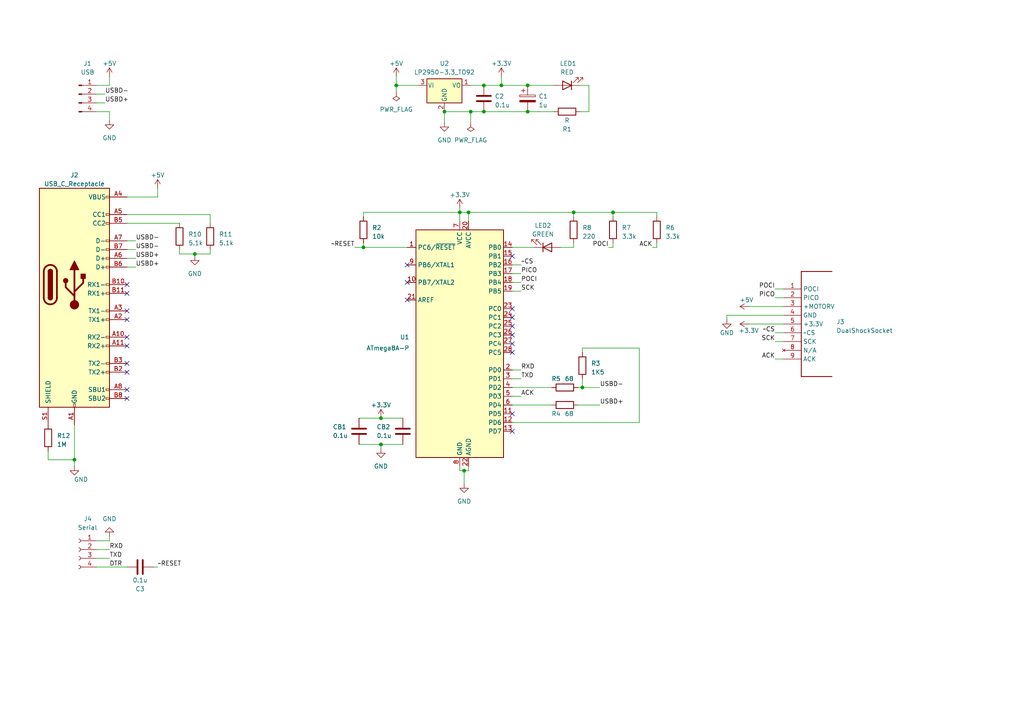
<source format=kicad_sch>
(kicad_sch (version 20230121) (generator eeschema)
  (paper "A4")
  (lib_symbols
    (symbol "Connector:Conn_01x04_Pin" (pin_names (offset 1.016) hide)
      (property "Reference" "J" (at 0 5.08 0))
      (property "Value" "Conn_01x04_Pin" (at 0 -7.62 0))
      (symbol "Conn_01x04_Pin_1_1"
        (polyline (pts (xy 1.27 -5.08) (xy 0.8636 -5.08)) (stroke (width 0.1524)))
        (polyline (pts (xy 1.27 -2.54) (xy 0.8636 -2.54)) (stroke (width 0.1524)))
        (polyline (pts (xy 1.27 0) (xy 0.8636 0)) (stroke (width 0.1524)))
        (polyline (pts (xy 1.27 2.54) (xy 0.8636 2.54)) (stroke (width 0.1524)))
        (rectangle (start 0.8636 -4.953) (end 0 -5.207) (stroke (width 0.1524)) (fill (type outline)))
        (rectangle (start 0.8636 -2.413) (end 0 -2.667) (stroke (width 0.1524)) (fill (type outline)))
        (rectangle (start 0.8636 0.127) (end 0 -0.127) (stroke (width 0.1524)) (fill (type outline)))
        (rectangle (start 0.8636 2.667) (end 0 2.413) (stroke (width 0.1524)) (fill (type outline)))
        (pin passive line (at 5.08 2.54 180) (length 3.81) (name "Pin_1") (number "1"))
        (pin passive line (at 5.08 0 180) (length 3.81) (name "Pin_2") (number "2"))
        (pin passive line (at 5.08 -2.54 180) (length 3.81) (name "Pin_3") (number "3"))
        (pin passive line (at 5.08 -5.08 180) (length 3.81) (name "Pin_4") (number "4"))
      )
    )
    (symbol "Connector:Conn_01x04_Socket" (pin_names (offset 1.016) hide)
      (property "Reference" "J" (at 0 5.08 0))
      (property "Value" "Conn_01x04_Socket" (at 0 -7.62 0))
      (symbol "Conn_01x04_Socket_1_1"
        (arc (start 0 -4.572) (mid -0.5058 -5.08) (end 0 -5.588) (stroke (width 0.1524)))
        (arc (start 0 -2.032) (mid -0.5058 -2.54) (end 0 -3.048) (stroke (width 0.1524)))
        (polyline (pts (xy -1.27 -5.08) (xy -0.508 -5.08)) (stroke (width 0.1524)))
        (polyline (pts (xy -1.27 -2.54) (xy -0.508 -2.54)) (stroke (width 0.1524)))
        (polyline (pts (xy -1.27 0) (xy -0.508 0)) (stroke (width 0.1524)))
        (polyline (pts (xy -1.27 2.54) (xy -0.508 2.54)) (stroke (width 0.1524)))
        (arc (start 0 0.508) (mid -0.5058 0) (end 0 -0.508) (stroke (width 0.1524)))
        (arc (start 0 3.048) (mid -0.5058 2.54) (end 0 2.032) (stroke (width 0.1524)))
        (pin passive line (at -5.08 2.54 0) (length 3.81) (name "Pin_1") (number "1"))
        (pin passive line (at -5.08 0 0) (length 3.81) (name "Pin_2") (number "2"))
        (pin passive line (at -5.08 -2.54 0) (length 3.81) (name "Pin_3") (number "3"))
        (pin passive line (at -5.08 -5.08 0) (length 3.81) (name "Pin_4") (number "4"))
      )
    )
    (symbol "Connector:USB_C_Receptacle" (pin_names (offset 1.016))
      (property "Reference" "J" (at -10.16 29.21 0))
      (property "Value" "USB_C_Receptacle" (at 10.16 29.21 0))
      (symbol "USB_C_Receptacle_0_0"
        (rectangle (start -0.254 -35.56) (end 0.254 -34.544))
        (rectangle (start 10.16 -32.766) (end 9.144 -33.274))
        (rectangle (start 10.16 -30.226) (end 9.144 -30.734))
        (rectangle (start 10.16 -25.146) (end 9.144 -25.654))
        (rectangle (start 10.16 -22.606) (end 9.144 -23.114))
        (rectangle (start 10.16 -17.526) (end 9.144 -18.034))
        (rectangle (start 10.16 -14.986) (end 9.144 -15.494))
        (rectangle (start 10.16 -9.906) (end 9.144 -10.414))
        (rectangle (start 10.16 -7.366) (end 9.144 -7.874))
        (rectangle (start 10.16 -2.286) (end 9.144 -2.794))
        (rectangle (start 10.16 0.254) (end 9.144 -0.254))
        (rectangle (start 10.16 5.334) (end 9.144 4.826))
        (rectangle (start 10.16 7.874) (end 9.144 7.366))
        (rectangle (start 10.16 10.414) (end 9.144 9.906))
        (rectangle (start 10.16 12.954) (end 9.144 12.446))
        (rectangle (start 10.16 18.034) (end 9.144 17.526))
        (rectangle (start 10.16 20.574) (end 9.144 20.066))
        (rectangle (start 10.16 25.654) (end 9.144 25.146))
      )
      (symbol "USB_C_Receptacle_0_1"
        (rectangle (start -10.16 27.94) (end 10.16 -35.56) (stroke (width 0.254)) (fill (type background)))
        (arc (start -8.89 -3.81) (mid -6.985 -5.7067) (end -5.08 -3.81) (stroke (width 0.508)))
        (arc (start -7.62 -3.81) (mid -6.985 -4.4423) (end -6.35 -3.81) (stroke (width 0.254)))
        (arc (start -7.62 -3.81) (mid -6.985 -4.4423) (end -6.35 -3.81) (stroke (width 0.254)) (fill (type outline)))
        (rectangle (start -7.62 -3.81) (end -6.35 3.81) (stroke (width 0.254)) (fill (type outline)))
        (arc (start -6.35 3.81) (mid -6.985 4.4423) (end -7.62 3.81) (stroke (width 0.254)))
        (arc (start -6.35 3.81) (mid -6.985 4.4423) (end -7.62 3.81) (stroke (width 0.254)) (fill (type outline)))
        (arc (start -5.08 3.81) (mid -6.985 5.7067) (end -8.89 3.81) (stroke (width 0.508)))
        (polyline (pts (xy -8.89 -3.81) (xy -8.89 3.81)) (stroke (width 0.508)))
        (polyline (pts (xy -5.08 3.81) (xy -5.08 -3.81)) (stroke (width 0.508)))
      )
      (symbol "USB_C_Receptacle_1_1"
        (circle (center -2.54 1.143) (radius 0.635) (stroke (width 0.254)) (fill (type outline)))
        (circle (center 0 -5.842) (radius 1.27) (fill (type outline)))
        (polyline (pts (xy 0 -5.842) (xy 0 4.318)) (stroke (width 0.508)))
        (polyline (pts (xy 0 -3.302) (xy -2.54 -0.762) (xy -2.54 0.508)) (stroke (width 0.508)))
        (polyline (pts (xy 0 -2.032) (xy 2.54 0.508) (xy 2.54 1.778)) (stroke (width 0.508)))
        (polyline (pts (xy -1.27 4.318) (xy 0 6.858) (xy 1.27 4.318) (xy -1.27 4.318)) (stroke (width 0.254)) (fill (type outline)))
        (rectangle (start 1.905 1.778) (end 3.175 3.048) (stroke (width 0.254)) (fill (type outline)))
        (pin passive line (at 0 -40.64 90) (length 5.08) (name "GND") (number "A1"))
        (pin bidirectional line (at 15.24 -15.24 180) (length 5.08) (name "RX2-") (number "A10"))
        (pin bidirectional line (at 15.24 -17.78 180) (length 5.08) (name "RX2+") (number "A11"))
        (pin passive line (at 0 -40.64 90) (length 5.08) hide (name "GND") (number "A12"))
        (pin bidirectional line (at 15.24 -10.16 180) (length 5.08) (name "TX1+") (number "A2"))
        (pin bidirectional line (at 15.24 -7.62 180) (length 5.08) (name "TX1-") (number "A3"))
        (pin passive line (at 15.24 25.4 180) (length 5.08) (name "VBUS") (number "A4"))
        (pin bidirectional line (at 15.24 20.32 180) (length 5.08) (name "CC1") (number "A5"))
        (pin bidirectional line (at 15.24 7.62 180) (length 5.08) (name "D+") (number "A6"))
        (pin bidirectional line (at 15.24 12.7 180) (length 5.08) (name "D-") (number "A7"))
        (pin bidirectional line (at 15.24 -30.48 180) (length 5.08) (name "SBU1") (number "A8"))
        (pin passive line (at 15.24 25.4 180) (length 5.08) hide (name "VBUS") (number "A9"))
        (pin passive line (at 0 -40.64 90) (length 5.08) hide (name "GND") (number "B1"))
        (pin bidirectional line (at 15.24 0 180) (length 5.08) (name "RX1-") (number "B10"))
        (pin bidirectional line (at 15.24 -2.54 180) (length 5.08) (name "RX1+") (number "B11"))
        (pin passive line (at 0 -40.64 90) (length 5.08) hide (name "GND") (number "B12"))
        (pin bidirectional line (at 15.24 -25.4 180) (length 5.08) (name "TX2+") (number "B2"))
        (pin bidirectional line (at 15.24 -22.86 180) (length 5.08) (name "TX2-") (number "B3"))
        (pin passive line (at 15.24 25.4 180) (length 5.08) hide (name "VBUS") (number "B4"))
        (pin bidirectional line (at 15.24 17.78 180) (length 5.08) (name "CC2") (number "B5"))
        (pin bidirectional line (at 15.24 5.08 180) (length 5.08) (name "D+") (number "B6"))
        (pin bidirectional line (at 15.24 10.16 180) (length 5.08) (name "D-") (number "B7"))
        (pin bidirectional line (at 15.24 -33.02 180) (length 5.08) (name "SBU2") (number "B8"))
        (pin passive line (at 15.24 25.4 180) (length 5.08) hide (name "VBUS") (number "B9"))
        (pin passive line (at -7.62 -40.64 90) (length 5.08) (name "SHIELD") (number "S1"))
      )
    )
    (symbol "Device:C" (pin_numbers hide) (pin_names (offset 0.254))
      (property "Reference" "C" (at 0.635 2.54 0))
      (property "Value" "C" (at 0.635 -2.54 0))
      (symbol "C_0_1"
        (polyline (pts (xy -2.032 -0.762) (xy 2.032 -0.762)) (stroke (width 0.508)))
        (polyline (pts (xy -2.032 0.762) (xy 2.032 0.762)) (stroke (width 0.508)))
      )
      (symbol "C_1_1"
        (pin passive line (at 0 3.81 270) (length 2.794) (name "~") (number "1"))
        (pin passive line (at 0 -3.81 90) (length 2.794) (name "~") (number "2"))
      )
    )
    (symbol "Device:C_Polarized" (pin_numbers hide) (pin_names (offset 0.254))
      (property "Reference" "C" (at 0.635 2.54 0))
      (property "Value" "C_Polarized" (at 0.635 -2.54 0))
      (symbol "C_Polarized_0_1"
        (rectangle (start -2.286 0.508) (end 2.286 1.016))
        (polyline (pts (xy -1.778 2.286) (xy -0.762 2.286)))
        (polyline (pts (xy -1.27 2.794) (xy -1.27 1.778)))
        (rectangle (start 2.286 -0.508) (end -2.286 -1.016) (fill (type outline)))
      )
      (symbol "C_Polarized_1_1"
        (pin passive line (at 0 3.81 270) (length 2.794) (name "~") (number "1"))
        (pin passive line (at 0 -3.81 90) (length 2.794) (name "~") (number "2"))
      )
    )
    (symbol "Device:LED" (pin_numbers hide) (pin_names (offset 1.016) hide)
      (property "Reference" "D" (at 0 2.54 0))
      (property "Value" "LED" (at 0 -2.54 0))
      (symbol "LED_0_1"
        (polyline (pts (xy -1.27 -1.27) (xy -1.27 1.27)) (stroke (width 0.254)))
        (polyline (pts (xy -1.27 0) (xy 1.27 0)))
        (polyline (pts (xy 1.27 -1.27) (xy 1.27 1.27) (xy -1.27 0) (xy 1.27 -1.27)) (stroke (width 0.254)))
        (polyline (pts (xy -3.048 -0.762) (xy -4.572 -2.286) (xy -3.81 -2.286) (xy -4.572 -2.286) (xy -4.572 -1.524)))
        (polyline (pts (xy -1.778 -0.762) (xy -3.302 -2.286) (xy -2.54 -2.286) (xy -3.302 -2.286) (xy -3.302 -1.524)))
      )
      (symbol "LED_1_1"
        (pin passive line (at -3.81 0 0) (length 2.54) (name "K") (number "1"))
        (pin passive line (at 3.81 0 180) (length 2.54) (name "A") (number "2"))
      )
    )
    (symbol "Device:R" (pin_numbers hide) (pin_names (offset 0))
      (property "Reference" "R" (at 2.032 0 90))
      (property "Value" "R" (at 0 0 90))
      (symbol "R_0_1"
        (rectangle (start -1.016 -2.54) (end 1.016 2.54) (stroke (width 0.254)))
      )
      (symbol "R_1_1"
        (pin passive line (at 0 3.81 270) (length 1.27) (name "~") (number "1"))
        (pin passive line (at 0 -3.81 90) (length 1.27) (name "~") (number "2"))
      )
    )
    (symbol "MCU_Microchip_ATmega:ATmega8A-P"
      (property "Reference" "U" (at -12.7 34.29 0))
      (property "Value" "ATmega8A-P" (at 5.08 -34.29 0))
      (symbol "ATmega8A-P_0_1"
        (rectangle (start -12.7 -33.02) (end 12.7 33.02) (stroke (width 0.254)) (fill (type background)))
      )
      (symbol "ATmega8A-P_1_1"
        (pin bidirectional line (at -15.24 27.94 0) (length 2.54) (name "PC6/~{RESET}") (number "1"))
        (pin bidirectional line (at -15.24 17.78 0) (length 2.54) (name "PB7/XTAL2") (number "10"))
        (pin bidirectional line (at 15.24 -20.32 180) (length 2.54) (name "PD5") (number "11"))
        (pin bidirectional line (at 15.24 -22.86 180) (length 2.54) (name "PD6") (number "12"))
        (pin bidirectional line (at 15.24 -25.4 180) (length 2.54) (name "PD7") (number "13"))
        (pin bidirectional line (at 15.24 27.94 180) (length 2.54) (name "PB0") (number "14"))
        (pin bidirectional line (at 15.24 25.4 180) (length 2.54) (name "PB1") (number "15"))
        (pin bidirectional line (at 15.24 22.86 180) (length 2.54) (name "PB2") (number "16"))
        (pin bidirectional line (at 15.24 20.32 180) (length 2.54) (name "PB3") (number "17"))
        (pin bidirectional line (at 15.24 17.78 180) (length 2.54) (name "PB4") (number "18"))
        (pin bidirectional line (at 15.24 15.24 180) (length 2.54) (name "PB5") (number "19"))
        (pin bidirectional line (at 15.24 -7.62 180) (length 2.54) (name "PD0") (number "2"))
        (pin power_in line (at 2.54 35.56 270) (length 2.54) (name "AVCC") (number "20"))
        (pin passive line (at -15.24 12.7 0) (length 2.54) (name "AREF") (number "21"))
        (pin power_in line (at 2.54 -35.56 90) (length 2.54) (name "AGND") (number "22"))
        (pin bidirectional line (at 15.24 10.16 180) (length 2.54) (name "PC0") (number "23"))
        (pin bidirectional line (at 15.24 7.62 180) (length 2.54) (name "PC1") (number "24"))
        (pin bidirectional line (at 15.24 5.08 180) (length 2.54) (name "PC2") (number "25"))
        (pin bidirectional line (at 15.24 2.54 180) (length 2.54) (name "PC3") (number "26"))
        (pin bidirectional line (at 15.24 0 180) (length 2.54) (name "PC4") (number "27"))
        (pin bidirectional line (at 15.24 -2.54 180) (length 2.54) (name "PC5") (number "28"))
        (pin bidirectional line (at 15.24 -10.16 180) (length 2.54) (name "PD1") (number "3"))
        (pin bidirectional line (at 15.24 -12.7 180) (length 2.54) (name "PD2") (number "4"))
        (pin bidirectional line (at 15.24 -15.24 180) (length 2.54) (name "PD3") (number "5"))
        (pin bidirectional line (at 15.24 -17.78 180) (length 2.54) (name "PD4") (number "6"))
        (pin power_in line (at 0 35.56 270) (length 2.54) (name "VCC") (number "7"))
        (pin power_in line (at 0 -35.56 90) (length 2.54) (name "GND") (number "8"))
        (pin bidirectional line (at -15.24 22.86 0) (length 2.54) (name "PB6/XTAL1") (number "9"))
      )
    )
    (symbol "Regulator_Linear:LP2950-3.3_TO92" (pin_names (offset 0.254))
      (property "Reference" "U" (at -3.81 3.175 0))
      (property "Value" "LP2950-3.3_TO92" (at 0 3.175 0))
      (symbol "LP2950-3.3_TO92_0_1"
        (rectangle (start -5.08 -5.08) (end 5.08 1.905) (stroke (width 0.254)) (fill (type background)))
      )
      (symbol "LP2950-3.3_TO92_1_1"
        (pin power_out line (at 7.62 0 180) (length 2.54) (name "VO") (number "1"))
        (pin power_in line (at 0 -7.62 90) (length 2.54) (name "GND") (number "2"))
        (pin power_in line (at -7.62 0 0) (length 2.54) (name "VI") (number "3"))
      )
    )
    (symbol "SwitchDualShockAdapter:DualShockSocket"
      (property "Reference" "J" (at 0 22.86 0))
      (property "Value" "DualShockSocket" (at 0 21.59 0))
      (symbol "DualShockSocket_1_0"
        (polyline (pts (xy 0 -10.16) (xy 8.89 -10.16)) (stroke (width 0.254)))
        (polyline (pts (xy 0 20.32) (xy 0 -10.16)) (stroke (width 0.254)))
        (polyline (pts (xy 8.89 20.32) (xy 0 20.32)) (stroke (width 0.254)))
        (pin output line (at -5.08 15.24 0) (length 5.08) (name "POCI") (number "1"))
        (pin input line (at -5.08 12.7 0) (length 5.08) (name "PICO") (number "2"))
        (pin power_in line (at -5.08 10.16 0) (length 5.08) (name "+MOTORV") (number "3"))
        (pin power_in line (at -5.08 7.62 0) (length 5.08) (name "GND") (number "4"))
        (pin power_in line (at -5.08 5.08 0) (length 5.08) (name "+3.3V") (number "5"))
        (pin input line (at -5.08 2.54 0) (length 5.08) (name "~CS") (number "6"))
        (pin input line (at -5.08 0 0) (length 5.08) (name "SCK") (number "7"))
        (pin no_connect line (at -5.08 -2.54 0) (length 5.08) (name "N/A") (number "8"))
        (pin output line (at -5.08 -5.08 0) (length 5.08) (name "ACK") (number "9"))
      )
    )
    (symbol "power:+3.3V" (power) (pin_names (offset 0))
      (property "Value" "+3.3V" (at 0 3.556 0))
      (symbol "+3.3V_0_1"
        (polyline (pts (xy -0.762 1.27) (xy 0 2.54)))
        (polyline (pts (xy 0 0) (xy 0 2.54)))
        (polyline (pts (xy 0 2.54) (xy 0.762 1.27)))
      )
      (symbol "+3.3V_1_1"
        (pin power_in line (at 0 0 90) (length 0) hide (name "+3.3V") (number "1"))
      )
    )
    (symbol "power:+5V" (power) (pin_names (offset 0))
      (property "Value" "+5V" (at 0 3.556 0))
      (symbol "+5V_0_1"
        (polyline (pts (xy -0.762 1.27) (xy 0 2.54)))
        (polyline (pts (xy 0 0) (xy 0 2.54)))
        (polyline (pts (xy 0 2.54) (xy 0.762 1.27)))
      )
      (symbol "+5V_1_1"
        (pin power_in line (at 0 0 90) (length 0) hide (name "+5V") (number "1"))
      )
    )
    (symbol "power:GND" (power) (pin_names (offset 0))
      (property "Value" "GND" (at 0 -3.81 0))
      (symbol "GND_0_1"
        (polyline (pts (xy 0 0) (xy 0 -1.27) (xy 1.27 -1.27) (xy 0 -2.54) (xy -1.27 -1.27) (xy 0 -1.27)))
      )
      (symbol "GND_1_1"
        (pin power_in line (at 0 0 270) (length 0) hide (name "GND") (number "1"))
      )
    )
    (symbol "power:PWR_FLAG" (power) (pin_numbers hide) (pin_names (offset 0) hide)
      (property "Value" "PWR_FLAG" (at 0 3.81 0))
      (symbol "PWR_FLAG_0_0"
        (pin power_out line (at 0 0 90) (length 0) (name "pwr") (number "1"))
      )
      (symbol "PWR_FLAG_0_1"
        (polyline (pts (xy 0 0) (xy 0 1.27) (xy -1.016 1.905) (xy 0 2.54) (xy 1.016 1.905) (xy 0 1.27)))
      )
    )
  )
  (junction (at 56.515 73.66))
  (junction (at 114.935 24.765))
  (junction (at 177.8 61.595))
  (junction (at 105.41 71.755))
  (junction (at 145.415 24.765))
  (junction (at 140.335 24.765))
  (junction (at 110.49 128.905))
  (junction (at 153.035 32.385))
  (junction (at 153.035 24.765))
  (junction (at 134.62 136.525))
  (junction (at 168.91 112.395))
  (junction (at 128.905 32.385))
  (junction (at 135.89 61.595))
  (junction (at 110.49 121.285))
  (junction (at 21.59 133.35))
  (junction (at 133.35 61.595))
  (junction (at 136.525 32.385))
  (junction (at 140.335 32.385))
  (junction (at 166.37 61.595))
  (no_connect (at 36.83 92.71))
  (no_connect (at 118.11 81.915))
  (no_connect (at 148.59 97.155))
  (no_connect (at 148.59 102.235))
  (no_connect (at 36.83 107.95))
  (no_connect (at 148.59 92.075))
  (no_connect (at 118.11 76.835))
  (no_connect (at 148.59 74.295))
  (no_connect (at 148.59 125.095))
  (no_connect (at 36.83 105.41))
  (no_connect (at 36.83 82.55))
  (no_connect (at 148.59 89.535))
  (no_connect (at 148.59 94.615))
  (no_connect (at 118.11 86.995))
  (no_connect (at 36.83 97.79))
  (no_connect (at 36.83 85.09))
  (no_connect (at 148.59 120.015))
  (no_connect (at 36.83 90.17))
  (no_connect (at 148.59 99.695))
  (no_connect (at 36.83 100.33))
  (no_connect (at 36.83 115.57))
  (no_connect (at 36.83 113.03))
  (wire (pts (xy 148.59 79.375) (xy 151.13 79.375)))
  (wire (pts (xy 102.87 71.755) (xy 105.41 71.755)))
  (wire (pts (xy 13.97 130.81) (xy 13.97 133.35)))
  (wire (pts (xy 148.59 71.755) (xy 154.94 71.755)))
  (wire (pts (xy 133.35 60.325) (xy 133.35 61.595)))
  (wire (pts (xy 148.59 76.835) (xy 151.13 76.835)))
  (wire (pts (xy 167.64 117.475) (xy 173.99 117.475)))
  (wire (pts (xy 148.59 122.555) (xy 185.42 122.555)))
  (wire (pts (xy 210.82 91.44) (xy 227.33 91.44)))
  (wire (pts (xy 31.75 156.845) (xy 27.94 156.845)))
  (wire (pts (xy 227.33 93.98) (xy 217.17 93.98)))
  (wire (pts (xy 168.91 109.855) (xy 168.91 112.395)))
  (wire (pts (xy 148.59 84.455) (xy 151.13 84.455)))
  (wire (pts (xy 105.41 71.755) (xy 118.11 71.755)))
  (wire (pts (xy 36.83 69.85) (xy 39.37 69.85)))
  (wire (pts (xy 60.96 73.66) (xy 60.96 72.39)))
  (wire (pts (xy 128.905 32.385) (xy 128.905 35.56)))
  (wire (pts (xy 170.815 32.385) (xy 168.275 32.385)))
  (wire (pts (xy 166.37 61.595) (xy 177.8 61.595)))
  (wire (pts (xy 21.59 123.19) (xy 21.59 133.35)))
  (wire (pts (xy 168.275 24.765) (xy 170.815 24.765)))
  (wire (pts (xy 135.89 61.595) (xy 166.37 61.595)))
  (wire (pts (xy 45.72 164.465) (xy 44.45 164.465)))
  (wire (pts (xy 148.59 112.395) (xy 160.02 112.395)))
  (wire (pts (xy 105.41 61.595) (xy 105.41 62.865)))
  (wire (pts (xy 105.41 71.755) (xy 105.41 70.485)))
  (wire (pts (xy 134.62 136.525) (xy 135.89 136.525)))
  (wire (pts (xy 151.13 107.315) (xy 148.59 107.315)))
  (wire (pts (xy 21.59 133.35) (xy 21.59 135.255)))
  (wire (pts (xy 185.42 100.965) (xy 185.42 122.555)))
  (wire (pts (xy 104.14 128.905) (xy 110.49 128.905)))
  (wire (pts (xy 168.91 100.965) (xy 185.42 100.965)))
  (wire (pts (xy 148.59 117.475) (xy 160.02 117.475)))
  (wire (pts (xy 134.62 136.525) (xy 134.62 140.335)))
  (wire (pts (xy 110.49 128.905) (xy 116.84 128.905)))
  (wire (pts (xy 133.35 61.595) (xy 133.35 64.135)))
  (wire (pts (xy 36.83 74.93) (xy 39.37 74.93)))
  (wire (pts (xy 145.415 22.225) (xy 145.415 24.765)))
  (wire (pts (xy 52.07 73.66) (xy 56.515 73.66)))
  (wire (pts (xy 36.83 57.15) (xy 45.72 57.15)))
  (wire (pts (xy 168.91 112.395) (xy 167.64 112.395)))
  (wire (pts (xy 224.79 96.52) (xy 227.33 96.52)))
  (wire (pts (xy 45.72 54.61) (xy 45.72 57.15)))
  (wire (pts (xy 27.94 32.385) (xy 31.75 32.385)))
  (wire (pts (xy 105.41 61.595) (xy 133.35 61.595)))
  (wire (pts (xy 36.83 77.47) (xy 39.37 77.47)))
  (wire (pts (xy 145.415 24.765) (xy 153.035 24.765)))
  (wire (pts (xy 128.905 32.385) (xy 136.525 32.385)))
  (wire (pts (xy 133.35 136.525) (xy 133.35 135.255)))
  (wire (pts (xy 52.07 73.66) (xy 52.07 72.39)))
  (wire (pts (xy 140.335 24.765) (xy 145.415 24.765)))
  (wire (pts (xy 190.5 70.485) (xy 190.5 71.755)))
  (wire (pts (xy 224.79 99.06) (xy 227.33 99.06)))
  (wire (pts (xy 27.94 29.845) (xy 30.48 29.845)))
  (wire (pts (xy 166.37 61.595) (xy 166.37 62.865)))
  (wire (pts (xy 177.8 61.595) (xy 190.5 61.595)))
  (wire (pts (xy 140.335 32.385) (xy 153.035 32.385)))
  (wire (pts (xy 136.525 24.765) (xy 140.335 24.765)))
  (wire (pts (xy 153.035 24.765) (xy 160.655 24.765)))
  (wire (pts (xy 153.035 32.385) (xy 160.655 32.385)))
  (wire (pts (xy 135.89 136.525) (xy 135.89 135.255)))
  (wire (pts (xy 114.935 24.765) (xy 114.935 26.67)))
  (wire (pts (xy 224.79 83.82) (xy 227.33 83.82)))
  (wire (pts (xy 177.8 61.595) (xy 177.8 62.865)))
  (wire (pts (xy 27.94 24.765) (xy 31.75 24.765)))
  (wire (pts (xy 31.75 32.385) (xy 31.75 34.925)))
  (wire (pts (xy 166.37 71.755) (xy 162.56 71.755)))
  (wire (pts (xy 168.91 100.965) (xy 168.91 102.235)))
  (wire (pts (xy 168.91 112.395) (xy 173.99 112.395)))
  (wire (pts (xy 31.75 22.225) (xy 31.75 24.765)))
  (wire (pts (xy 31.75 159.385) (xy 27.94 159.385)))
  (wire (pts (xy 104.14 121.285) (xy 110.49 121.285)))
  (wire (pts (xy 110.49 128.905) (xy 110.49 130.175)))
  (wire (pts (xy 190.5 71.755) (xy 189.23 71.755)))
  (wire (pts (xy 114.935 24.765) (xy 114.935 22.225)))
  (wire (pts (xy 135.89 61.595) (xy 133.35 61.595)))
  (wire (pts (xy 210.82 92.71) (xy 210.82 91.44)))
  (wire (pts (xy 148.59 114.935) (xy 151.13 114.935)))
  (wire (pts (xy 148.59 81.915) (xy 151.13 81.915)))
  (wire (pts (xy 31.75 161.925) (xy 27.94 161.925)))
  (wire (pts (xy 27.94 27.305) (xy 30.48 27.305)))
  (wire (pts (xy 60.96 62.23) (xy 60.96 64.77)))
  (wire (pts (xy 27.94 164.465) (xy 36.83 164.465)))
  (wire (pts (xy 110.49 121.285) (xy 116.84 121.285)))
  (wire (pts (xy 176.53 71.755) (xy 177.8 71.755)))
  (wire (pts (xy 36.83 64.77) (xy 52.07 64.77)))
  (wire (pts (xy 224.79 86.36) (xy 227.33 86.36)))
  (wire (pts (xy 177.8 71.755) (xy 177.8 70.485)))
  (wire (pts (xy 148.59 109.855) (xy 151.13 109.855)))
  (wire (pts (xy 121.285 24.765) (xy 114.935 24.765)))
  (wire (pts (xy 170.815 24.765) (xy 170.815 32.385)))
  (wire (pts (xy 31.75 156.845) (xy 31.75 155.575)))
  (wire (pts (xy 36.83 72.39) (xy 39.37 72.39)))
  (wire (pts (xy 217.17 88.9) (xy 227.33 88.9)))
  (wire (pts (xy 13.97 133.35) (xy 21.59 133.35)))
  (wire (pts (xy 56.515 73.66) (xy 56.515 74.295)))
  (wire (pts (xy 224.79 104.14) (xy 227.33 104.14)))
  (wire (pts (xy 166.37 70.485) (xy 166.37 71.755)))
  (wire (pts (xy 190.5 62.865) (xy 190.5 61.595)))
  (wire (pts (xy 135.89 61.595) (xy 135.89 64.135)))
  (wire (pts (xy 56.515 73.66) (xy 60.96 73.66)))
  (wire (pts (xy 36.83 62.23) (xy 60.96 62.23)))
  (wire (pts (xy 136.525 32.385) (xy 140.335 32.385)))
  (wire (pts (xy 133.35 136.525) (xy 134.62 136.525)))
  (wire (pts (xy 136.525 32.385) (xy 136.525 35.56)))
  (label "USBD+" (at 30.48 29.845 0))
  (label "POCI" (at 176.53 71.755 180))
  (label "PICO" (at 151.13 79.375 0))
  (label "RXD" (at 151.13 107.315 0))
  (label "USBD-" (at 173.99 112.395 0))
  (label "ACK" (at 151.13 114.935 0))
  (label "USBD-" (at 39.37 69.85 0))
  (label "TXD" (at 151.13 109.855 0))
  (label "USBD+" (at 39.37 74.93 0))
  (label "DTR" (at 31.75 164.465 0))
  (label "USBD-" (at 39.37 72.39 0))
  (label "ACK" (at 224.79 104.14 180))
  (label "SCK" (at 224.79 99.06 180))
  (label "~CS" (at 151.13 76.835 0))
  (label "RXD" (at 31.75 159.385 0))
  (label "~RESET" (at 45.72 164.465 0))
  (label "POCI" (at 151.13 81.915 0))
  (label "~CS" (at 224.79 96.52 180))
  (label "TXD" (at 31.75 161.925 0))
  (label "SCK" (at 151.13 84.455 0))
  (label "POCI" (at 224.79 83.82 180))
  (label "USBD+" (at 39.37 77.47 0))
  (label "USBD+" (at 173.99 117.475 0))
  (label "USBD-" (at 30.48 27.305 0))
  (label "PICO" (at 224.79 86.36 180))
  (label "~RESET" (at 102.87 71.755 180))
  (label "ACK" (at 189.23 71.755 180))
  (symbol (lib_id "power:GND") (at 31.75 34.925 0) (unit 1)
    (property "Reference" "#PWR03" (effects hide))
    (property "Value" "GND" (at 31.75 40.005 0))
  )
  (symbol (lib_id "power:+3.3V") (at 217.17 93.98 90) (unit 1)
    (property "Reference" "#PWR012" (effects hide))
    (property "Value" "+3.3V" (at 217.17 95.885 90))
  )
  (symbol (lib_id "Device:C") (at 116.84 125.095 0) (unit 1)
    (property "Reference" "CB2" (at 109.22 123.825 0) (effects (justify left)))
    (property "Value" "0.1u" (at 109.22 126.365 0) (effects (justify left)))
    (property "Footprint" "PCM_Capacitor_THT_AKL:C_Disc_D5.0mm_W2.5mm_P2.50mm" (effects hide))
  )
  (symbol (lib_id "Device:LED") (at 158.75 71.755 0) (mirror x) (unit 1)
    (property "Reference" "LED2" (at 157.48 65.405 0))
    (property "Value" "GREEN" (at 157.48 67.945 0))
    (property "Footprint" "LED_THT:LED_D5.0mm" (effects hide))
  )
  (symbol (lib_id "power:+3.3V") (at 110.49 121.285 0) (unit 1)
    (property "Reference" "#PWR010" (effects hide))
    (property "Value" "+3.3V" (at 110.49 117.475 0))
  )
  (symbol (lib_id "Device:R") (at 52.07 68.58 0) (unit 1)
    (property "Reference" "R10" (at 54.61 67.945 0) (effects (justify left)))
    (property "Value" "5.1k" (at 54.61 70.485 0) (effects (justify left)))
    (property "Footprint" "Resistor_THT:R_Axial_DIN0207_L6.3mm_D2.5mm_P7.62mm_Horizontal" (effects hide))
  )
  (symbol (lib_id "power:+5V") (at 45.72 54.61 0) (unit 1)
    (property "Reference" "#PWR015" (effects hide))
    (property "Value" "+5V" (at 45.72 50.8 0))
  )
  (symbol (lib_id "Connector:Conn_01x04_Socket") (at 22.86 159.385 0) (mirror y) (unit 1)
    (property "Reference" "J4" (at 26.67 150.495 0) (effects (justify left)))
    (property "Value" "Serial" (at 25.4 153.035 0))
    (property "Footprint" "Connector_PinSocket_2.54mm:PinSocket_1x04_P2.54mm_Vertical" (effects hide))
  )
  (symbol (lib_id "Device:C_Polarized") (at 153.035 28.575 0) (unit 1)
    (property "Reference" "C1" (at 156.21 27.94 0) (effects (justify left)))
    (property "Value" "1u" (at 156.21 30.48 0) (effects (justify left)))
    (property "Footprint" "Capacitor_THT:CP_Radial_D5.0mm_P2.00mm" (effects hide))
  )
  (symbol (lib_id "Device:R") (at 166.37 66.675 0) (unit 1)
    (property "Reference" "R8" (at 168.91 66.04 0) (effects (justify left)))
    (property "Value" "220" (at 168.91 68.58 0) (effects (justify left)))
    (property "Footprint" "Resistor_THT:R_Axial_DIN0207_L6.3mm_D2.5mm_P7.62mm_Horizontal" (effects hide))
  )
  (symbol (lib_id "Device:C") (at 104.14 125.095 0) (unit 1)
    (property "Reference" "CB1" (at 96.52 123.825 0) (effects (justify left)))
    (property "Value" "0.1u" (at 96.52 126.365 0) (effects (justify left)))
    (property "Footprint" "PCM_Capacitor_THT_AKL:C_Disc_D5.0mm_W2.5mm_P2.50mm" (effects hide))
  )
  (symbol (lib_id "power:GND") (at 110.49 130.175 0) (unit 1)
    (property "Reference" "#PWR011" (effects hide))
    (property "Value" "GND" (at 110.49 135.255 0))
  )
  (symbol (lib_id "Device:R") (at 13.97 127 0) (unit 1)
    (property "Reference" "R12" (at 16.51 126.365 0) (effects (justify left)))
    (property "Value" "1M" (at 16.51 128.905 0) (effects (justify left)))
    (property "Footprint" "Resistor_THT:R_Axial_DIN0207_L6.3mm_D2.5mm_P7.62mm_Horizontal" (effects hide))
  )
  (symbol (lib_id "power:GND") (at 21.59 135.255 0) (unit 1)
    (property "Reference" "#PWR016" (effects hide))
    (property "Value" "GND" (at 23.495 139.065 0))
  )
  (symbol (lib_id "Regulator_Linear:LP2950-3.3_TO92") (at 128.905 24.765 0) (unit 1)
    (property "Reference" "U2" (at 128.905 18.415 0))
    (property "Value" "LP2950-3.3_TO92" (at 128.905 20.955 0))
    (property "Footprint" "Package_TO_SOT_THT:TO-92_Inline" (effects hide))
    (property "Datasheet" "http://www.ti.com/lit/ds/symlink/lp2950.pdf" (effects hide))
  )
  (symbol (lib_id "Device:R") (at 105.41 66.675 0) (unit 1)
    (property "Reference" "R2" (at 107.95 66.04 0) (effects (justify left)))
    (property "Value" "10k" (at 107.95 68.58 0) (effects (justify left)))
    (property "Footprint" "Resistor_THT:R_Axial_DIN0207_L6.3mm_D2.5mm_P7.62mm_Horizontal" (effects hide))
  )
  (symbol (lib_id "Device:LED") (at 164.465 24.765 180) (unit 1)
    (property "Reference" "LED1" (at 164.7825 18.415 0))
    (property "Value" "RED" (at 164.465 20.955 0))
    (property "Footprint" "LED_THT:LED_D5.0mm" (effects hide))
  )
  (symbol (lib_id "Device:R") (at 177.8 66.675 180) (unit 1)
    (property "Reference" "R7" (at 180.34 66.04 0) (effects (justify right)))
    (property "Value" "3.3k" (at 180.34 68.58 0) (effects (justify right)))
    (property "Footprint" "Resistor_THT:R_Axial_DIN0207_L6.3mm_D2.5mm_P7.62mm_Horizontal" (effects hide))
  )
  (symbol (lib_id "power:GND") (at 31.75 155.575 180) (unit 1)
    (property "Reference" "#PWR06" (effects hide))
    (property "Value" "GND" (at 31.75 150.495 0))
  )
  (symbol (lib_id "Device:R") (at 163.83 112.395 90) (unit 1)
    (property "Reference" "R5" (at 161.29 109.855 90))
    (property "Value" "68" (at 165.1 109.855 90))
    (property "Footprint" "Resistor_THT:R_Axial_DIN0207_L6.3mm_D2.5mm_P7.62mm_Horizontal" (effects hide))
  )
  (symbol (lib_id "Device:C") (at 40.64 164.465 270) (unit 1)
    (property "Reference" "C3" (at 40.64 170.815 90))
    (property "Value" "0.1u" (at 40.64 168.275 90))
    (property "Footprint" "PCM_Capacitor_THT_AKL:C_Disc_D5.0mm_W2.5mm_P2.50mm" (effects hide))
  )
  (symbol (lib_id "Connector:Conn_01x04_Pin") (at 22.86 27.305 0) (unit 1)
    (property "Reference" "J1" (at 25.4 18.415 0))
    (property "Value" "USB" (at 25.4 20.955 0))
    (property "Footprint" "Connector_PinHeader_2.54mm:PinHeader_1x04_P2.54mm_Vertical" (effects hide))
  )
  (symbol (lib_id "power:PWR_FLAG") (at 136.525 35.56 180) (unit 1)
    (property "Reference" "#FLG01" (effects hide))
    (property "Value" "PWR_FLAG" (at 136.525 40.64 0))
  )
  (symbol (lib_id "power:GND") (at 134.62 140.335 0) (unit 1)
    (property "Reference" "#PWR01" (effects hide))
    (property "Value" "GND" (at 134.62 145.415 0))
  )
  (symbol (lib_id "power:GND") (at 128.905 35.56 0) (unit 1)
    (property "Reference" "#PWR05" (effects hide))
    (property "Value" "GND" (at 128.905 40.64 0))
  )
  (symbol (lib_id "Device:R") (at 190.5 66.675 180) (unit 1)
    (property "Reference" "R6" (at 193.04 66.04 0) (effects (justify right)))
    (property "Value" "3.3k" (at 193.04 68.58 0) (effects (justify right)))
    (property "Footprint" "Resistor_THT:R_Axial_DIN0207_L6.3mm_D2.5mm_P7.62mm_Horizontal" (effects hide))
  )
  (symbol (lib_id "Connector:USB_C_Receptacle") (at 21.59 82.55 0) (unit 1)
    (property "Reference" "J2" (at 21.59 50.8 0))
    (property "Value" "USB_C_Receptacle" (at 21.59 53.34 0))
    (property "Footprint" "USB-C-Connectors:TYPE-C-31-M-04" (effects hide))
    (property "Datasheet" "https://www.usb.org/sites/default/files/documents/usb_type-c.zip" (effects hide))
  )
  (symbol (lib_id "power:+3.3V") (at 145.415 22.225 0) (unit 1)
    (property "Reference" "#PWR04" (effects hide))
    (property "Value" "+3.3V" (at 145.415 18.415 0))
  )
  (symbol (lib_id "power:+3.3V") (at 133.35 60.325 0) (unit 1)
    (property "Reference" "#PWR02" (effects hide))
    (property "Value" "+3.3V" (at 133.35 56.515 0))
  )
  (symbol (lib_id "power:PWR_FLAG") (at 114.935 26.67 180) (unit 1)
    (property "Reference" "#FLG03" (effects hide))
    (property "Value" "PWR_FLAG" (at 114.935 31.75 0))
  )
  (symbol (lib_id "power:+5V") (at 114.935 22.225 0) (unit 1)
    (property "Reference" "#PWR018" (effects hide))
    (property "Value" "+5V" (at 114.935 18.415 0))
  )
  (symbol (lib_id "power:GND") (at 56.515 74.295 0) (unit 1)
    (property "Reference" "#PWR017" (effects hide))
    (property "Value" "GND" (at 56.515 79.375 0))
  )
  (symbol (lib_id "Device:R") (at 163.83 117.475 90) (unit 1)
    (property "Reference" "R4" (at 161.29 120.015 90))
    (property "Value" "68" (at 165.1 120.015 90))
    (property "Footprint" "Resistor_THT:R_Axial_DIN0207_L6.3mm_D2.5mm_P7.62mm_Horizontal" (effects hide))
  )
  (symbol (lib_id "Device:R") (at 60.96 68.58 0) (unit 1)
    (property "Reference" "R11" (at 63.5 67.945 0) (effects (justify left)))
    (property "Value" "5.1k" (at 63.5 70.485 0) (effects (justify left)))
    (property "Footprint" "Resistor_THT:R_Axial_DIN0207_L6.3mm_D2.5mm_P7.62mm_Horizontal" (effects hide))
  )
  (symbol (lib_id "power:+5V") (at 217.17 88.9 90) (unit 1)
    (property "Reference" "#PWR014" (effects hide))
    (property "Value" "+5V" (at 216.535 86.995 90))
  )
  (symbol (lib_id "Device:C") (at 140.335 28.575 0) (unit 1)
    (property "Reference" "C2" (at 143.51 27.94 0) (effects (justify left)))
    (property "Value" "0.1u" (at 143.51 30.48 0) (effects (justify left)))
    (property "Footprint" "PCM_Capacitor_THT_AKL:C_Disc_D5.0mm_W2.5mm_P2.50mm" (effects hide))
  )
  (symbol (lib_id "SwitchDualShockAdapter:DualShockSocket") (at 232.41 99.06 0) (unit 1)
    (property "Reference" "J3" (at 242.57 93.345 0) (effects (justify left)))
    (property "Value" "DualShockSocket" (at 242.57 95.885 0) (effects (justify left)))
    (property "Footprint" "SwitchDualShockAdapter:DualShockSocket" (effects hide))
  )
  (symbol (lib_id "Device:R") (at 168.91 106.045 0) (unit 1)
    (property "Reference" "R3" (at 171.45 105.41 0) (effects (justify left)))
    (property "Value" "1K5" (at 171.45 107.95 0) (effects (justify left)))
    (property "Footprint" "Resistor_THT:R_Axial_DIN0207_L6.3mm_D2.5mm_P7.62mm_Horizontal" (effects hide))
  )
  (symbol (lib_id "Device:R") (at 164.465 32.385 270) (unit 1)
    (property "Reference" "R1" (at 164.465 37.465 90))
    (property "Value" "R" (at 164.465 34.925 90))
    (property "Footprint" "Resistor_THT:R_Axial_DIN0207_L6.3mm_D2.5mm_P7.62mm_Horizontal" (effects hide))
  )
  (symbol (lib_id "power:GND") (at 210.82 92.71 0) (unit 1)
    (property "Reference" "#PWR013" (effects hide))
    (property "Value" "GND" (at 210.82 96.52 0))
  )
  (symbol (lib_id "power:+5V") (at 31.75 22.225 0) (unit 1)
    (property "Reference" "#PWR07" (effects hide))
    (property "Value" "+5V" (at 31.75 18.415 0))
  )
  (symbol (lib_id "MCU_Microchip_ATmega:ATmega8A-P") (at 133.35 99.695 0) (unit 1)
    (property "Reference" "U1" (at 118.745 97.79 0) (effects (justify right)))
    (property "Value" "ATmega8A-P" (at 118.745 100.965 0) (effects (justify right)))
    (property "Footprint" "Package_DIP:DIP-28_W7.62mm" (effects hide))
    (property "Datasheet" "http://ww1.microchip.com/downloads/en/DeviceDoc/Microchip%208bit%20mcu%20AVR%20ATmega8A%20data%20sheet%2040001974A.pdf" (effects hide))
  )
)
</source>
